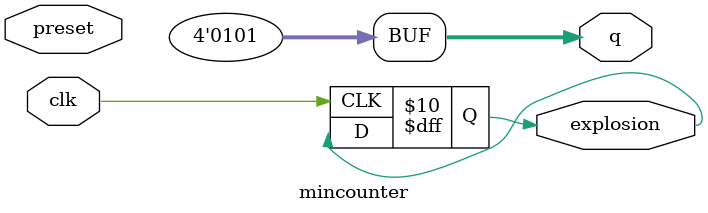
<source format=sv>
module mincounter(
input clk,
input preset,
output explosion,
output [3:0] q
);

assign q = 5;
always_ff @(posedge clk)
begin
	if (q == 0)
		explosion = 1;
	else
	begin
		q = q - 1;
	end
end
endmodule
		
</source>
